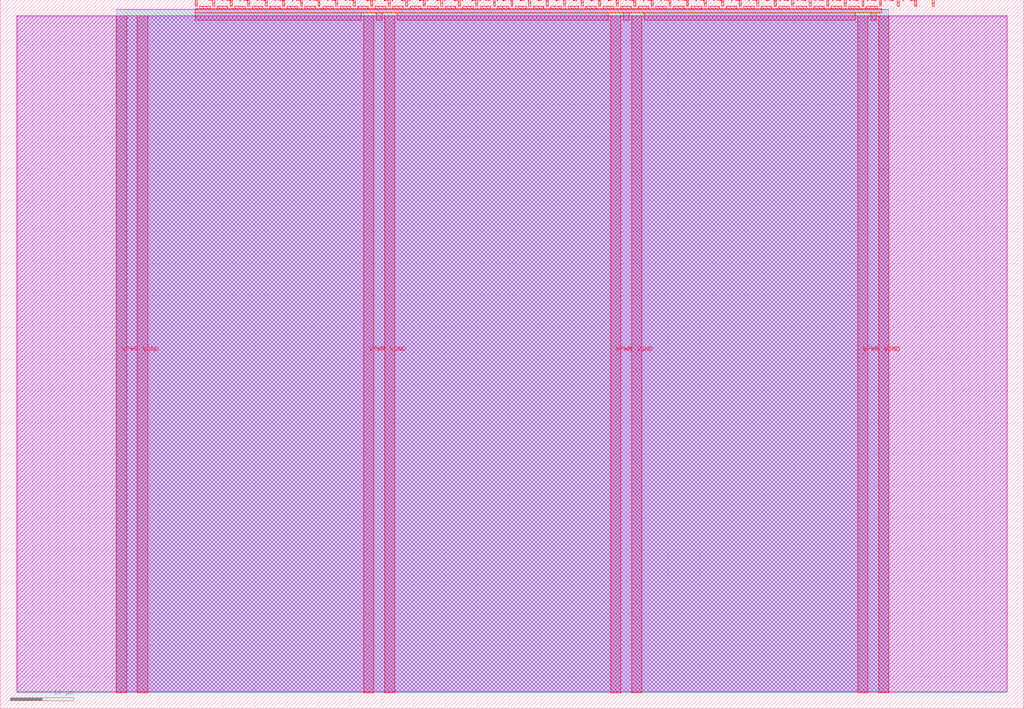
<source format=lef>
VERSION 5.7 ;
  NOWIREEXTENSIONATPIN ON ;
  DIVIDERCHAR "/" ;
  BUSBITCHARS "[]" ;
MACRO tt_um_wokwi_413918244906651649
  CLASS BLOCK ;
  FOREIGN tt_um_wokwi_413918244906651649 ;
  ORIGIN 0.000 0.000 ;
  SIZE 161.000 BY 111.520 ;
  PIN VGND
    DIRECTION INOUT ;
    USE GROUND ;
    PORT
      LAYER met4 ;
        RECT 21.580 2.480 23.180 109.040 ;
    END
    PORT
      LAYER met4 ;
        RECT 60.450 2.480 62.050 109.040 ;
    END
    PORT
      LAYER met4 ;
        RECT 99.320 2.480 100.920 109.040 ;
    END
    PORT
      LAYER met4 ;
        RECT 138.190 2.480 139.790 109.040 ;
    END
  END VGND
  PIN VPWR
    DIRECTION INOUT ;
    USE POWER ;
    PORT
      LAYER met4 ;
        RECT 18.280 2.480 19.880 109.040 ;
    END
    PORT
      LAYER met4 ;
        RECT 57.150 2.480 58.750 109.040 ;
    END
    PORT
      LAYER met4 ;
        RECT 96.020 2.480 97.620 109.040 ;
    END
    PORT
      LAYER met4 ;
        RECT 134.890 2.480 136.490 109.040 ;
    END
  END VPWR
  PIN clk
    DIRECTION INPUT ;
    USE SIGNAL ;
    PORT
      LAYER met4 ;
        RECT 143.830 110.520 144.130 111.520 ;
    END
  END clk
  PIN ena
    DIRECTION INPUT ;
    USE SIGNAL ;
    PORT
      LAYER met4 ;
        RECT 146.590 110.520 146.890 111.520 ;
    END
  END ena
  PIN rst_n
    DIRECTION INPUT ;
    USE SIGNAL ;
    PORT
      LAYER met4 ;
        RECT 141.070 110.520 141.370 111.520 ;
    END
  END rst_n
  PIN ui_in[0]
    DIRECTION INPUT ;
    USE SIGNAL ;
    ANTENNAGATEAREA 0.196500 ;
    PORT
      LAYER met4 ;
        RECT 138.310 110.520 138.610 111.520 ;
    END
  END ui_in[0]
  PIN ui_in[1]
    DIRECTION INPUT ;
    USE SIGNAL ;
    PORT
      LAYER met4 ;
        RECT 135.550 110.520 135.850 111.520 ;
    END
  END ui_in[1]
  PIN ui_in[2]
    DIRECTION INPUT ;
    USE SIGNAL ;
    PORT
      LAYER met4 ;
        RECT 132.790 110.520 133.090 111.520 ;
    END
  END ui_in[2]
  PIN ui_in[3]
    DIRECTION INPUT ;
    USE SIGNAL ;
    PORT
      LAYER met4 ;
        RECT 130.030 110.520 130.330 111.520 ;
    END
  END ui_in[3]
  PIN ui_in[4]
    DIRECTION INPUT ;
    USE SIGNAL ;
    PORT
      LAYER met4 ;
        RECT 127.270 110.520 127.570 111.520 ;
    END
  END ui_in[4]
  PIN ui_in[5]
    DIRECTION INPUT ;
    USE SIGNAL ;
    PORT
      LAYER met4 ;
        RECT 124.510 110.520 124.810 111.520 ;
    END
  END ui_in[5]
  PIN ui_in[6]
    DIRECTION INPUT ;
    USE SIGNAL ;
    PORT
      LAYER met4 ;
        RECT 121.750 110.520 122.050 111.520 ;
    END
  END ui_in[6]
  PIN ui_in[7]
    DIRECTION INPUT ;
    USE SIGNAL ;
    PORT
      LAYER met4 ;
        RECT 118.990 110.520 119.290 111.520 ;
    END
  END ui_in[7]
  PIN uio_in[0]
    DIRECTION INPUT ;
    USE SIGNAL ;
    PORT
      LAYER met4 ;
        RECT 116.230 110.520 116.530 111.520 ;
    END
  END uio_in[0]
  PIN uio_in[1]
    DIRECTION INPUT ;
    USE SIGNAL ;
    PORT
      LAYER met4 ;
        RECT 113.470 110.520 113.770 111.520 ;
    END
  END uio_in[1]
  PIN uio_in[2]
    DIRECTION INPUT ;
    USE SIGNAL ;
    PORT
      LAYER met4 ;
        RECT 110.710 110.520 111.010 111.520 ;
    END
  END uio_in[2]
  PIN uio_in[3]
    DIRECTION INPUT ;
    USE SIGNAL ;
    PORT
      LAYER met4 ;
        RECT 107.950 110.520 108.250 111.520 ;
    END
  END uio_in[3]
  PIN uio_in[4]
    DIRECTION INPUT ;
    USE SIGNAL ;
    PORT
      LAYER met4 ;
        RECT 105.190 110.520 105.490 111.520 ;
    END
  END uio_in[4]
  PIN uio_in[5]
    DIRECTION INPUT ;
    USE SIGNAL ;
    PORT
      LAYER met4 ;
        RECT 102.430 110.520 102.730 111.520 ;
    END
  END uio_in[5]
  PIN uio_in[6]
    DIRECTION INPUT ;
    USE SIGNAL ;
    PORT
      LAYER met4 ;
        RECT 99.670 110.520 99.970 111.520 ;
    END
  END uio_in[6]
  PIN uio_in[7]
    DIRECTION INPUT ;
    USE SIGNAL ;
    PORT
      LAYER met4 ;
        RECT 96.910 110.520 97.210 111.520 ;
    END
  END uio_in[7]
  PIN uio_oe[0]
    DIRECTION OUTPUT ;
    USE SIGNAL ;
    PORT
      LAYER met4 ;
        RECT 49.990 110.520 50.290 111.520 ;
    END
  END uio_oe[0]
  PIN uio_oe[1]
    DIRECTION OUTPUT ;
    USE SIGNAL ;
    PORT
      LAYER met4 ;
        RECT 47.230 110.520 47.530 111.520 ;
    END
  END uio_oe[1]
  PIN uio_oe[2]
    DIRECTION OUTPUT ;
    USE SIGNAL ;
    PORT
      LAYER met4 ;
        RECT 44.470 110.520 44.770 111.520 ;
    END
  END uio_oe[2]
  PIN uio_oe[3]
    DIRECTION OUTPUT ;
    USE SIGNAL ;
    PORT
      LAYER met4 ;
        RECT 41.710 110.520 42.010 111.520 ;
    END
  END uio_oe[3]
  PIN uio_oe[4]
    DIRECTION OUTPUT ;
    USE SIGNAL ;
    PORT
      LAYER met4 ;
        RECT 38.950 110.520 39.250 111.520 ;
    END
  END uio_oe[4]
  PIN uio_oe[5]
    DIRECTION OUTPUT ;
    USE SIGNAL ;
    PORT
      LAYER met4 ;
        RECT 36.190 110.520 36.490 111.520 ;
    END
  END uio_oe[5]
  PIN uio_oe[6]
    DIRECTION OUTPUT ;
    USE SIGNAL ;
    PORT
      LAYER met4 ;
        RECT 33.430 110.520 33.730 111.520 ;
    END
  END uio_oe[6]
  PIN uio_oe[7]
    DIRECTION OUTPUT ;
    USE SIGNAL ;
    PORT
      LAYER met4 ;
        RECT 30.670 110.520 30.970 111.520 ;
    END
  END uio_oe[7]
  PIN uio_out[0]
    DIRECTION OUTPUT ;
    USE SIGNAL ;
    PORT
      LAYER met4 ;
        RECT 72.070 110.520 72.370 111.520 ;
    END
  END uio_out[0]
  PIN uio_out[1]
    DIRECTION OUTPUT ;
    USE SIGNAL ;
    PORT
      LAYER met4 ;
        RECT 69.310 110.520 69.610 111.520 ;
    END
  END uio_out[1]
  PIN uio_out[2]
    DIRECTION OUTPUT ;
    USE SIGNAL ;
    PORT
      LAYER met4 ;
        RECT 66.550 110.520 66.850 111.520 ;
    END
  END uio_out[2]
  PIN uio_out[3]
    DIRECTION OUTPUT ;
    USE SIGNAL ;
    PORT
      LAYER met4 ;
        RECT 63.790 110.520 64.090 111.520 ;
    END
  END uio_out[3]
  PIN uio_out[4]
    DIRECTION OUTPUT ;
    USE SIGNAL ;
    PORT
      LAYER met4 ;
        RECT 61.030 110.520 61.330 111.520 ;
    END
  END uio_out[4]
  PIN uio_out[5]
    DIRECTION OUTPUT ;
    USE SIGNAL ;
    PORT
      LAYER met4 ;
        RECT 58.270 110.520 58.570 111.520 ;
    END
  END uio_out[5]
  PIN uio_out[6]
    DIRECTION OUTPUT ;
    USE SIGNAL ;
    PORT
      LAYER met4 ;
        RECT 55.510 110.520 55.810 111.520 ;
    END
  END uio_out[6]
  PIN uio_out[7]
    DIRECTION OUTPUT ;
    USE SIGNAL ;
    PORT
      LAYER met4 ;
        RECT 52.750 110.520 53.050 111.520 ;
    END
  END uio_out[7]
  PIN uo_out[0]
    DIRECTION OUTPUT ;
    USE SIGNAL ;
    ANTENNADIFFAREA 0.445500 ;
    PORT
      LAYER met4 ;
        RECT 94.150 110.520 94.450 111.520 ;
    END
  END uo_out[0]
  PIN uo_out[1]
    DIRECTION OUTPUT ;
    USE SIGNAL ;
    ANTENNADIFFAREA 0.445500 ;
    PORT
      LAYER met4 ;
        RECT 91.390 110.520 91.690 111.520 ;
    END
  END uo_out[1]
  PIN uo_out[2]
    DIRECTION OUTPUT ;
    USE SIGNAL ;
    ANTENNADIFFAREA 0.445500 ;
    PORT
      LAYER met4 ;
        RECT 88.630 110.520 88.930 111.520 ;
    END
  END uo_out[2]
  PIN uo_out[3]
    DIRECTION OUTPUT ;
    USE SIGNAL ;
    ANTENNADIFFAREA 0.445500 ;
    PORT
      LAYER met4 ;
        RECT 85.870 110.520 86.170 111.520 ;
    END
  END uo_out[3]
  PIN uo_out[4]
    DIRECTION OUTPUT ;
    USE SIGNAL ;
    ANTENNADIFFAREA 0.445500 ;
    PORT
      LAYER met4 ;
        RECT 83.110 110.520 83.410 111.520 ;
    END
  END uo_out[4]
  PIN uo_out[5]
    DIRECTION OUTPUT ;
    USE SIGNAL ;
    ANTENNADIFFAREA 0.445500 ;
    PORT
      LAYER met4 ;
        RECT 80.350 110.520 80.650 111.520 ;
    END
  END uo_out[5]
  PIN uo_out[6]
    DIRECTION OUTPUT ;
    USE SIGNAL ;
    ANTENNADIFFAREA 0.445500 ;
    PORT
      LAYER met4 ;
        RECT 77.590 110.520 77.890 111.520 ;
    END
  END uo_out[6]
  PIN uo_out[7]
    DIRECTION OUTPUT ;
    USE SIGNAL ;
    PORT
      LAYER met4 ;
        RECT 74.830 110.520 75.130 111.520 ;
    END
  END uo_out[7]
  OBS
      LAYER nwell ;
        RECT 2.570 2.635 158.430 108.990 ;
      LAYER li1 ;
        RECT 2.760 2.635 158.240 108.885 ;
      LAYER met1 ;
        RECT 2.760 2.480 158.240 109.040 ;
      LAYER met2 ;
        RECT 18.310 2.535 139.760 110.005 ;
      LAYER met3 ;
        RECT 18.290 2.555 139.780 109.985 ;
      LAYER met4 ;
        RECT 31.370 110.120 33.030 110.520 ;
        RECT 34.130 110.120 35.790 110.520 ;
        RECT 36.890 110.120 38.550 110.520 ;
        RECT 39.650 110.120 41.310 110.520 ;
        RECT 42.410 110.120 44.070 110.520 ;
        RECT 45.170 110.120 46.830 110.520 ;
        RECT 47.930 110.120 49.590 110.520 ;
        RECT 50.690 110.120 52.350 110.520 ;
        RECT 53.450 110.120 55.110 110.520 ;
        RECT 56.210 110.120 57.870 110.520 ;
        RECT 58.970 110.120 60.630 110.520 ;
        RECT 61.730 110.120 63.390 110.520 ;
        RECT 64.490 110.120 66.150 110.520 ;
        RECT 67.250 110.120 68.910 110.520 ;
        RECT 70.010 110.120 71.670 110.520 ;
        RECT 72.770 110.120 74.430 110.520 ;
        RECT 75.530 110.120 77.190 110.520 ;
        RECT 78.290 110.120 79.950 110.520 ;
        RECT 81.050 110.120 82.710 110.520 ;
        RECT 83.810 110.120 85.470 110.520 ;
        RECT 86.570 110.120 88.230 110.520 ;
        RECT 89.330 110.120 90.990 110.520 ;
        RECT 92.090 110.120 93.750 110.520 ;
        RECT 94.850 110.120 96.510 110.520 ;
        RECT 97.610 110.120 99.270 110.520 ;
        RECT 100.370 110.120 102.030 110.520 ;
        RECT 103.130 110.120 104.790 110.520 ;
        RECT 105.890 110.120 107.550 110.520 ;
        RECT 108.650 110.120 110.310 110.520 ;
        RECT 111.410 110.120 113.070 110.520 ;
        RECT 114.170 110.120 115.830 110.520 ;
        RECT 116.930 110.120 118.590 110.520 ;
        RECT 119.690 110.120 121.350 110.520 ;
        RECT 122.450 110.120 124.110 110.520 ;
        RECT 125.210 110.120 126.870 110.520 ;
        RECT 127.970 110.120 129.630 110.520 ;
        RECT 130.730 110.120 132.390 110.520 ;
        RECT 133.490 110.120 135.150 110.520 ;
        RECT 136.250 110.120 137.910 110.520 ;
        RECT 30.655 109.440 138.625 110.120 ;
        RECT 30.655 108.295 56.750 109.440 ;
        RECT 59.150 108.295 60.050 109.440 ;
        RECT 62.450 108.295 95.620 109.440 ;
        RECT 98.020 108.295 98.920 109.440 ;
        RECT 101.320 108.295 134.490 109.440 ;
        RECT 136.890 108.295 137.790 109.440 ;
  END
END tt_um_wokwi_413918244906651649
END LIBRARY


</source>
